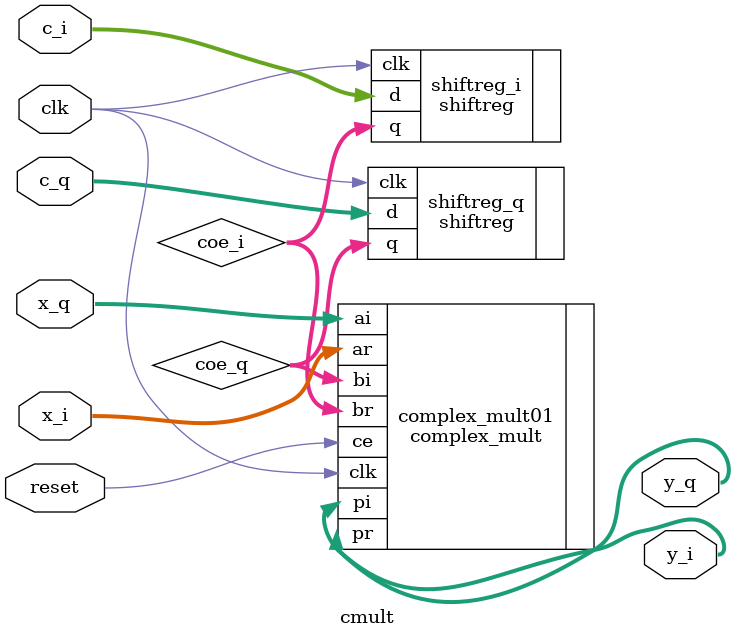
<source format=v>
`timescale 1ns / 1ps
module cmult(clk, reset, x_i, x_q, c_i, c_q, y_i, y_q);
input clk;
input reset;
input [15:0] x_i;
input [15:0] x_q;
input [15:0] c_i;
input [15:0] c_q;
output [15:0] y_i;
output [15:0] y_q;

wire [15:0] coe_i;
wire [15:0] coe_q;

complex_mult complex_mult01(
	.ar(x_i),
	.ai(x_q),
	.br(coe_i),
	.bi(coe_q),
	.pr(y_i),
	.pi(y_q),
	.clk(clk),
	.ce(reset));
	
// µ÷ÓÃÒÆÎ»¼Ä´æÆ÷,ÓÃÀ´´æ´¢ÏµÊý	
shiftreg shiftreg_i(
   .clk(clk), 
	.d(c_i), 
	.q(coe_i));
	
shiftreg shiftreg_q(
   .clk(clk), 
	.d(c_q), 
	.q(coe_q));

endmodule

</source>
